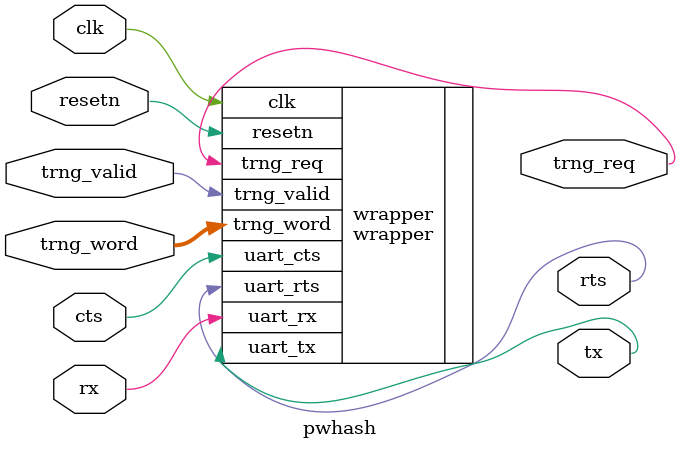
<source format=v>
/* verilator lint_off PINMISSING */

module pwhash #(
    parameter FIRMWARE_FILE = "fw/pwhash.mem",
    parameter ROM_ADDR_BITS = 12, // 4K ROM
    parameter RAM_ADDR_BITS = 12, // 4K RAM
    parameter FRAM_ADDR_BITS = 12, // 4k FRAM
    parameter TRNG_WIDTH = 8
) (
    input clk,
    input resetn,
    input rx,
    input cts,
    input [TRNG_WIDTH-1:0] trng_word,
    input trng_valid,
    output trng_req,
    output tx,
    output rts
);

wrapper #(
    .FIRMWARE_FILE (FIRMWARE_FILE),
    .ROM_ADDR_BITS (ROM_ADDR_BITS),
    .RAM_ADDR_BITS (RAM_ADDR_BITS),
    .FRAM_ADDR_BITS (FRAM_ADDR_BITS),
    .TRNG_WIDTH (TRNG_WIDTH)
) wrapper (
    .clk (clk),
    .resetn (resetn),
    .uart_tx (tx),
    .uart_rx (rx),
    .uart_cts (cts),
    .uart_rts (rts),
    .trng_req (trng_req), 
    .trng_word (trng_word),
    .trng_valid (trng_valid)
);

endmodule

</source>
